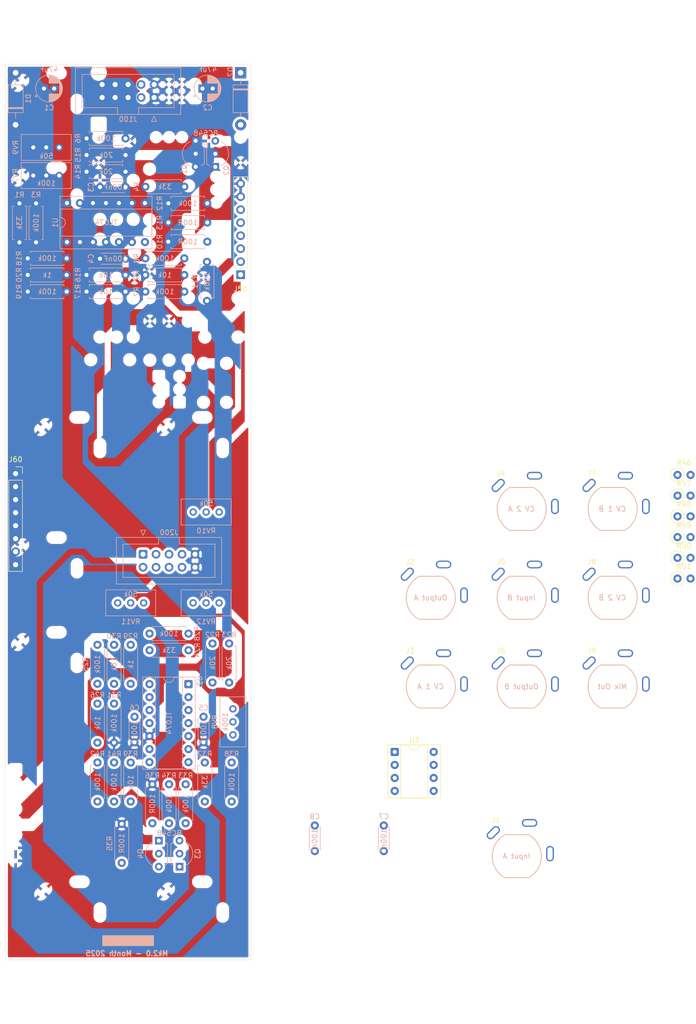
<source format=kicad_pcb>
(kicad_pcb (version 20241229) (generator "pcbnew") (generator_version "9.0")
  (title_block (rev "1") (company "DMH Instruments") (comment 1 "10cm Kosmo format synthesizer module PCB"))
  (layers (0 "F.Cu" signal) (2 "B.Cu" signal) (13 "F.Paste" user) (15 "B.Paste" user) (5 "F.SilkS" user "F.Silkscreen") (7 "B.SilkS" user "B.Silkscreen") (1 "F.Mask" user) (3 "B.Mask" user) (25 "Edge.Cuts" user))
  (net 0 "")
  (net 1 "+12V")
  (net 2 "GND")
  (net 3 "-12V")
  (net 4 "Net-(D1-A)")
  (net 5 "Net-(D2-K)")
  (net 6 "/Core Circuit A/Input A")
  (net 7 "Net-(J200-Pin_1)")
  (net 8 "/Core Circuit A/Output A")
  (net 9 "Net-(J200-Pin_2)")
  (net 10 "Net-(J200-Pin_3)")
  (net 11 "/Core Circuit A/CV 1 A Input")
  (net 12 "/Core Circuit A/CV 2 A Input")
  (net 13 "Net-(J200-Pin_4)")
  (net 14 "/Core Circuit B/Input B")
  (net 15 "Net-(J200-Pin_9)")
  (net 16 "/Core Circuit B/Output B")
  (net 17 "Net-(J200-Pin_8)")
  (net 18 "/Core Circuit B/CV 1 B Input")
  (net 19 "Net-(J200-Pin_7)")
  (net 20 "Net-(J200-Pin_6)")
  (net 21 "/Core Circuit B/CV 2 B Input")
  (net 22 "/Core Circuit A/CV 2 A Pot")
  (net 23 "/Core Circuit A/Offset A Pot")
  (net 24 "/Core Circuit A/CV 1 A Pot")
  (net 25 "/Core Circuit B/Offset B Pot")
  (net 26 "/Core Circuit B/CV 1 B Pot")
  (net 27 "/Core Circuit B/CV 2 B Pot")
  (net 28 "Net-(Q1-C)")
  (net 29 "Net-(Q1-E)")
  (net 30 "Net-(Q1-B)")
  (net 31 "Net-(Q2-B)")
  (net 32 "Net-(Q2-C)")
  (net 33 "Net-(Q3-B)")
  (net 34 "Net-(Q3-C)")
  (net 35 "Net-(Q3-E)")
  (net 36 "Net-(Q4-B)")
  (net 37 "Net-(Q4-C)")
  (net 38 "Net-(U1A--)")
  (net 39 "Net-(R3-Pad1)")
  (net 40 "Net-(U1C--)")
  (net 41 "Net-(U1B--)")
  (net 42 "Net-(R6-Pad1)")
  (net 43 "Net-(R8-Pad2)")
  (net 44 "Net-(R12-Pad1)")
  (net 45 "Net-(U1D--)")
  (net 46 "Net-(U1D-+)")
  (net 47 "Net-(R18-Pad1)")
  (net 48 "Net-(R28-Pad1)")
  (net 49 "Net-(U2A--)")
  (net 50 "Net-(U2D--)")
  (net 51 "Net-(R25-Pad1)")
  (net 52 "Net-(U2C--)")
  (net 53 "Net-(U2D-+)")
  (net 54 "Net-(U2B--)")
  (net 55 "Net-(R38-Pad1)")
  (net 56 "Net-(R34-Pad1)")
  (net 57 "Net-(R39-Pad1)")
  (net 58 "/Inputs and Outputs/Mix Out Jack")
  (net 59 "Net-(U3A--)")
  (net 60 "Net-(R47-Pad2)")
  (net 61 "Net-(U3B--)")
  (net 62 "Net-(R50-Pad2)")
  (footprint "SynthStuff:CUI_MJ-63052A" (layer "F.Cu") (at 169.735 146.75)
    (property "Reference" "J8" (at -4.075 -7 0) (layer "F.SilkS"))
    (property "Value" "TS_Jack_6.35mm_Sw")
    (property "Function" "CV 2 B" (at 0 0 0) (layer "B.SilkS") (effects (font (thickness 0.15) (italic yes)) (justify mirror)))
    (pad "S" thru_hole oval (at -4.59619 -4.59619 315) (size 1.508 3.016) (drill oval 1 2.5) (layers "*.Cu" "*.Mask") (net 2 "GND"))
    (pad "T" thru_hole oval (at 6.5 -0.5) (size 1.508 3.016) (drill oval 1 2.5) (layers "*.Cu" "*.Mask") (net 21 "/Core Circuit B/CV 2 B Input"))
    (pad "TN" thru_hole oval (at 2.5 -6.5) (size 3.016 1.508) (drill oval 2.5 1) (layers "*.Cu" "*.Mask") (net 20 "Net-(J200-Pin_6)"))
  )
  (footprint "Connector_PinSocket_2.54mm:PinSocket_1x08_P2.54mm_Vertical" (layer "F.Cu") (at 53 122.5)
    (property "Reference" "J60" (at 0 -2.77 0) (layer "F.SilkS"))
    (property "Value" "Conn_01x08" (hide yes))
    (pad "1" thru_hole rect (at 0 0) (size 1.7 1.7) (drill 1) (layers "*.Cu" "*.Mask") (net 18 "/Core Circuit B/CV 1 B Input"))
    (pad "2" thru_hole oval (at 0 2.54) (size 1.7 1.7) (drill 1) (layers "*.Cu" "*.Mask") (net 21 "/Core Circuit B/CV 2 B Input"))
    (pad "3" thru_hole oval (at 0 5.08) (size 1.7 1.7) (drill 1) (layers "*.Cu" "*.Mask") (net 1 "+12V"))
    (pad "4" thru_hole oval (at 0 7.62) (size 1.7 1.7) (drill 1) (layers "*.Cu" "*.Mask") (net 25 "/Core Circuit B/Offset B Pot"))
    (pad "5" thru_hole oval (at 0 10.16) (size 1.7 1.7) (drill 1) (layers "*.Cu" "*.Mask") (net 26 "/Core Circuit B/CV 1 B Pot"))
    (pad "6" thru_hole oval (at 0 12.7) (size 1.7 1.7) (drill 1) (layers "*.Cu" "*.Mask") (net 27 "/Core Circuit B/CV 2 B Pot"))
    (pad "7" thru_hole oval (at 0 15.24) (size 1.7 1.7) (drill 1) (layers "*.Cu" "*.Mask") (net 2 "GND"))
    (pad "8" thru_hole oval (at 0 17.78) (size 1.7 1.7) (drill 1) (layers "*.Cu" "*.Mask") (net 2 "GND"))
  )
  (footprint "Resistor_THT:R_Axial_DIN0207_L6.3mm_D2.5mm_P2.54mm_Vertical" (layer "F.Cu") (at 182.43 134.9)
    (property "Reference" "R49" (at 1.27 -2.37 0) (layer "F.SilkS"))
    (property "Value" "100k")
    (pad "1" thru_hole circle (at 0 0) (size 1.6 1.6) (drill 0.8) (layers "*.Cu" "*.Mask") (net 60 "Net-(R47-Pad2)"))
    (pad "2" thru_hole oval (at 2.54 0) (size 1.6 1.6) (drill 0.8) (layers "*.Cu" "*.Mask") (net 61 "Net-(U3B--)"))
  )
  (footprint "SynthStuff:CUI_MJ-63052A" (layer "F.Cu") (at 169.735 129.4)
    (property "Reference" "J7" (at -4.075 -7 0) (layer "F.SilkS"))
    (property "Value" "TS_Jack_6.35mm_Sw")
    (property "Function" "CV 1 B" (at 0 0 0) (layer "B.SilkS") (effects (font (thickness 0.15) (italic yes)) (justify mirror)))
    (pad "S" thru_hole oval (at -4.59619 -4.59619 315) (size 1.508 3.016) (drill oval 1 2.5) (layers "*.Cu" "*.Mask") (net 2 "GND"))
    (pad "T" thru_hole oval (at 6.5 -0.5) (size 1.508 3.016) (drill oval 1 2.5) (layers "*.Cu" "*.Mask") (net 18 "/Core Circuit B/CV 1 B Input"))
    (pad "TN" thru_hole oval (at 2.5 -6.5) (size 3.016 1.508) (drill oval 2.5 1) (layers "*.Cu" "*.Mask") (net 19 "Net-(J200-Pin_7)"))
  )
  (footprint "Resistor_THT:R_Axial_DIN0207_L6.3mm_D2.5mm_P2.54mm_Vertical" (layer "F.Cu") (at 182.43 138.95)
    (property "Reference" "R50" (at 1.27 -2.37 0) (layer "F.SilkS"))
    (property "Value" "100k")
    (pad "1" thru_hole circle (at 0 0) (size 1.6 1.6) (drill 0.8) (layers "*.Cu" "*.Mask") (net 61 "Net-(U3B--)"))
    (pad "2" thru_hole oval (at 2.54 0) (size 1.6 1.6) (drill 0.8) (layers "*.Cu" "*.Mask") (net 62 "Net-(R50-Pad2)"))
  )
  (footprint "SynthStuff:CUI_MJ-63052A" (layer "F.Cu") (at 134.185 164.1)
    (property "Reference" "J3" (at -4.075 -7 0) (layer "F.SilkS"))
    (property "Value" "TS_Jack_6.35mm_Sw")
    (property "Function" "CV 1 A" (at 0 0 0) (layer "B.SilkS") (effects (font (thickness 0.15) (italic yes)) (justify mirror)))
    (pad "S" thru_hole oval (at -4.59619 -4.59619 315) (size 1.508 3.016) (drill oval 1 2.5) (layers "*.Cu" "*.Mask") (net 2 "GND"))
    (pad "T" thru_hole oval (at 6.5 -0.5) (size 1.508 3.016) (drill oval 1 2.5) (layers "*.Cu" "*.Mask") (net 11 "/Core Circuit A/CV 1 A Input"))
    (pad "TN" thru_hole oval (at 2.5 -6.5) (size 3.016 1.508) (drill oval 2.5 1) (layers "*.Cu" "*.Mask") (net 10 "Net-(J200-Pin_3)"))
  )
  (footprint "SynthStuff:CUI_MJ-63052A" (layer "F.Cu") (at 134.185 146.75)
    (property "Reference" "J2" (at -4.075 -7 0) (layer "F.SilkS"))
    (property "Value" "TS_Jack_6.35mm_Sw")
    (property "Function" "Output A" (at 0 0 0) (layer "B.SilkS") (effects (font (thickness 0.15) (italic yes)) (justify mirror)))
    (pad "S" thru_hole oval (at -4.59619 -4.59619 315) (size 1.508 3.016) (drill oval 1 2.5) (layers "*.Cu" "*.Mask") (net 2 "GND"))
    (pad "T" thru_hole oval (at 6.5 -0.5) (size 1.508 3.016) (drill oval 1 2.5) (layers "*.Cu" "*.Mask") (net 8 "/Core Circuit A/Output A"))
    (pad "TN" thru_hole oval (at 2.5 -6.5) (size 3.016 1.508) (drill oval 2.5 1) (layers "*.Cu" "*.Mask") (net 9 "Net-(J200-Pin_2)"))
  )
  (footprint "Resistor_THT:R_Axial_DIN0207_L6.3mm_D2.5mm_P2.54mm_Vertical" (layer "F.Cu") (at 182.43 126.8)
    (property "Reference" "R47" (at 1.27 -2.37 0) (layer "F.SilkS"))
    (property "Value" "100k")
    (pad "1" thru_hole circle (at 0 0) (size 1.6 1.6) (drill 0.8) (layers "*.Cu" "*.Mask") (net 59 "Net-(U3A--)"))
    (pad "2" thru_hole oval (at 2.54 0) (size 1.6 1.6) (drill 0.8) (layers "*.Cu" "*.Mask") (net 60 "Net-(R47-Pad2)"))
  )
  (footprint "Resistor_THT:R_Axial_DIN0207_L6.3mm_D2.5mm_P2.54mm_Vertical" (layer "F.Cu") (at 182.43 122.75)
    (property "Reference" "R46" (at 1.27 -2.37 0) (layer "F.SilkS"))
    (property "Value" "100k")
    (pad "1" thru_hole circle (at 0 0) (size 1.6 1.6) (drill 0.8) (layers "*.Cu" "*.Mask") (net 16 "/Core Circuit B/Output B"))
    (pad "2" thru_hole oval (at 2.54 0) (size 1.6 1.6) (drill 0.8) (layers "*.Cu" "*.Mask") (net 59 "Net-(U3A--)"))
  )
  (footprint "SynthStuff:CUI_MJ-63052A" (layer "F.Cu") (at 151.96 164.1)
    (property "Reference" "J6" (at -4.075 -7 0) (layer "F.SilkS"))
    (property "Value" "TS_Jack_6.35mm_Sw")
    (property "Function" "Output B" (at 0 0 0) (layer "B.SilkS") (effects (font (thickness 0.15) (italic yes)) (justify mirror)))
    (pad "S" thru_hole oval (at -4.59619 -4.59619 315) (size 1.508 3.016) (drill oval 1 2.5) (layers "*.Cu" "*.Mask") (net 2 "GND"))
    (pad "T" thru_hole oval (at 6.5 -0.5) (size 1.508 3.016) (drill oval 1 2.5) (layers "*.Cu" "*.Mask") (net 16 "/Core Circuit B/Output B"))
    (pad "TN" thru_hole oval (at 2.5 -6.5) (size 3.016 1.508) (drill oval 2.5 1) (layers "*.Cu" "*.Mask") (net 17 "Net-(J200-Pin_8)"))
  )
  (footprint "Connector_PinSocket_2.54mm:PinSocket_1x08_P2.54mm_Vertical" (layer "F.Cu") (at 97 83.62 180)
    (property "Reference" "J50" (at 0 -2.77 180) (layer "F.SilkS"))
    (property "Value" "Conn_01x08" (hide yes))
    (pad "1" thru_hole rect (at 0 0 180) (size 1.7 1.7) (drill 1) (layers "*.Cu" "*.Mask") (net 11 "/Core Circuit A/CV 1 A Input"))
    (pad "2" thru_hole oval (at 0 2.54 180) (size 1.7 1.7) (drill 1) (layers "*.Cu" "*.Mask") (net 12 "/Core Circuit A/CV 2 A Input"))
    (pad "3" thru_hole oval (at 0 5.08 180) (size 1.7 1.7) (drill 1) (layers "*.Cu" "*.Mask") (net 1 "+12V"))
    (pad "4" thru_hole oval (at 0 7.62 180) (size 1.7 1.7) (drill 1) (layers "*.Cu" "*.Mask") (net 23 "/Core Circuit A/Offset A Pot"))
    (pad "5" thru_hole oval (at 0 10.16 180) (size 1.7 1.7) (drill 1) (layers "*.Cu" "*.Mask") (net 24 "/Core Circuit A/CV 1 A Pot"))
    (pad "6" thru_hole oval (at 0 12.7 180) (size 1.7 1.7) (drill 1) (layers "*.Cu" "*.Mask") (net 22 "/Core Circuit A/CV 2 A Pot"))
    (pad "7" thru_hole oval (at 0 15.24 180) (size 1.7 1.7) (drill 1) (layers "*.Cu" "*.Mask") (net 2 "GND"))
    (pad "8" thru_hole oval (at 0 17.78 180) (size 1.7 1.7) (drill 1) (layers "*.Cu" "*.Mask") (net 2 "GND"))
  )
  (footprint "SynthStuff:CUI_MJ-63052A" (layer "F.Cu") (at 169.735 164.1)
    (property "Reference" "J9" (at -4.075 -7 0) (layer "F.SilkS"))
    (property "Value" "TS_Jack_6.35mm_Sw")
    (property "Function" "Mix Out" (at 0 0 0) (layer "B.SilkS") (effects (font (thickness 0.15) (italic yes)) (justify mirror)))
    (pad "S" thru_hole oval (at -4.59619 -4.59619 315) (size 1.508 3.016) (drill oval 1 2.5) (layers "*.Cu" "*.Mask") (net 2 "GND"))
    (pad "T" thru_hole oval (at 6.5 -0.5) (size 1.508 3.016) (drill oval 1 2.5) (layers "*.Cu" "*.Mask") (net 58 "/Inputs and Outputs/Mix Out Jack"))
    (pad "TN" thru_hole oval (at 2.5 -6.5) (size 3.016 1.508) (drill oval 2.5 1) (layers "*.Cu" "*.Mask") (net 2 "GND"))
  )
  (footprint "Resistor_THT:R_Axial_DIN0207_L6.3mm_D2.5mm_P2.54mm_Vertical" (layer "F.Cu") (at 182.43 143)
    (property "Reference" "R51" (at 1.27 -2.37 0) (layer "F.SilkS"))
    (property "Value" "1k")
    (pad "1" thru_hole circle (at 0 0) (size 1.6 1.6) (drill 0.8) (layers "*.Cu" "*.Mask") (net 62 "Net-(R50-Pad2)"))
    (pad "2" thru_hole oval (at 2.54 0) (size 1.6 1.6) (drill 0.8) (layers "*.Cu" "*.Mask") (net 58 "/Inputs and Outputs/Mix Out Jack"))
  )
  (footprint "Package_DIP:DIP-8_W7.62mm_Socket" (layer "F.Cu") (at 127.13 176.88)
    (property "Reference" "U3" (at 3.81 -2.33 0) (layer "F.SilkS"))
    (property "Value" "TL072")
    (pad "1" thru_hole roundrect (at 0 0) (size 1.6 1.6) (drill 0.8) (layers "*.Cu" "*.Mask") (roundrect_rratio 0.15625) (net 60 "Net-(R47-Pad2)"))
    (pad "2" thru_hole circle (at 0 2.54) (size 1.6 1.6) (drill 0.8) (layers "*.Cu" "*.Mask") (net 59 "Net-(U3A--)"))
    (pad "3" thru_hole circle (at 0 5.08) (size 1.6 1.6) (drill 0.8) (layers "*.Cu" "*.Mask") (net 2 "GND"))
    (pad "4" thru_hole circle (at 0 7.62) (size 1.6 1.6) (drill 0.8) (layers "*.Cu" "*.Mask") (net 3 "-12V"))
    (pad "5" thru_hole circle (at 7.62 7.62) (size 1.6 1.6) (drill 0.8) (layers "*.Cu" "*.Mask") (net 2 "GND"))
    (pad "6" thru_hole circle (at 7.62 5.08) (size 1.6 1.6) (drill 0.8) (layers "*.Cu" "*.Mask") (net 61 "Net-(U3B--)"))
    (pad "7" thru_hole circle (at 7.62 2.54) (size 1.6 1.6) (drill 0.8) (layers "*.Cu" "*.Mask") (net 62 "Net-(R50-Pad2)"))
    (pad "8" thru_hole circle (at 7.62 0) (size 1.6 1.6) (drill 0.8) (layers "*.Cu" "*.Mask") (net 1 "+12V"))
  )
  (footprint "SynthStuff:CUI_MJ-63052A" (layer "F.Cu") (at 151 197.25)
    (property "Reference" "J1" (at -4.075 -7 0) (layer "F.SilkS"))
    (property "Value" "TS_Jack_6.35mm_Sw")
    (property "Function" "Input A" (at 0 0 0) (layer "B.SilkS") (effects (font (thickness 0.15) (italic yes)) (justify mirror)))
    (pad "S" thru_hole oval (at -4.59619 -4.59619 315) (size 1.508 3.016) (drill oval 1 2.5) (layers "*.Cu" "*.Mask") (net 2 "GND"))
    (pad "T" thru_hole oval (at 6.5 -0.5) (size 1.508 3.016) (drill oval 1 2.5) (layers "*.Cu" "*.Mask") (net 6 "/Core Circuit A/Input A"))
    (pad "TN" thru_hole oval (at 2.5 -6.5) (size 3.016 1.508) (drill oval 2.5 1) (layers "*.Cu" "*.Mask") (net 7 "Net-(J200-Pin_1)"))
  )
  (footprint "SynthStuff:CUI_MJ-63052A" (layer "F.Cu") (at 151.96 146.75)
    (property "Reference" "J5" (at -4.075 -7 0) (layer "F.SilkS"))
    (property "Value" "TS_Jack_6.35mm_Sw")
    (property "Function" "Input B" (at 0 0 0) (layer "B.SilkS") (effects (font (thickness 0.15) (italic yes)) (justify mirror)))
    (pad "S" thru_hole oval (at -4.59619 -4.59619 315) (size 1.508 3.016) (drill oval 1 2.5) (layers "*.Cu" "*.Mask") (net 2 "GND"))
    (pad "T" thru_hole oval (at 6.5 -0.5) (size 1.508 3.016) (drill oval 1 2.5) (layers "*.Cu" "*.Mask") (net 14 "/Core Circuit B/Input B"))
    (pad "TN" thru_hole oval (at 2.5 -6.5) (size 3.016 1.508) (drill oval 2.5 1) (layers "*.Cu" "*.Mask") (net 15 "Net-(J200-Pin_9)"))
  )
  (footprint "SynthStuff:CUI_MJ-63052A" (layer "F.Cu") (at 151.96 129.4)
    (property "Reference" "J4" (at -4.075 -7 0) (layer "F.SilkS"))
    (property "Value" "TS_Jack_6.35mm_Sw")
    (property "Function" "CV 2 A" (at 0 0 0) (layer "B.SilkS") (effects (font (thickness 0.15) (italic yes)) (justify mirror)))
    (pad "S" thru_hole oval (at -4.59619 -4.59619 315) (size 1.508 3.016) (drill oval 1 2.5) (layers "*.Cu" "*.Mask") (net 2 "GND"))
    (pad "T" thru_hole oval (at 6.5 -0.5) (size 1.508 3.016) (drill oval 1 2.5) (layers "*.Cu" "*.Mask") (net 12 "/Core Circuit A/CV 2 A Input"))
    (pad "TN" thru_hole oval (at 2.5 -6.5) (size 3.016 1.508) (drill oval 2.5 1) (layers "*.Cu" "*.Mask") (net 13 "Net-(J200-Pin_4)"))
  )
  (footprint "Resistor_THT:R_Axial_DIN0207_L6.3mm_D2.5mm_P2.54mm_Vertical" (layer "F.Cu") (at 182.43 130.85)
    (property "Reference" "R48" (at 1.27 -2.37 0) (layer "F.SilkS"))
    (property "Value" "100k")
    (pad "1" thru_hole circle (at 0 0) (size 1.6 1.6) (drill 0.8) (layers "*.Cu" "*.Mask") (net 8 "/Core Circuit A/Output A"))
    (pad "2" thru_hole oval (at 2.54 0) (size 1.6 1.6) (drill 0.8) (layers "*.Cu" "*.Mask") (net 59 "Net-(U3A--)"))
  )
  (footprint "Resistor_THT:R_Axial_DIN0207_L6.3mm_D2.5mm_P7.62mm_Horizontal" (layer "B.Cu") (at 69 167.44 -90)
    (property "Reference" "R26" (at -1.69 0 180) (layer "B.SilkS") (effects (justify mirror)))
    (property "Value" "10k" (at 3.81 0 90) (layer "B.SilkS") (effects (justify mirror)))
    (pad "1" thru_hole circle (at 0 0 270) (size 1.6 1.6) (drill 0.8) (layers "*.Cu" "*.Mask") (net 50 "Net-(U2D--)"))
    (pad "2" thru_hole oval (at 7.62 0 270) (size 1.6 1.6) (drill 0.8) (layers "*.Cu" "*.Mask") (net 34 "Net-(Q3-C)"))
  )
  (footprint "Diode_THT:D_DO-41_SOD81_P10.16mm_Horizontal" (layer "B.Cu") (at 97 44.17 -90)
    (property "Reference" "D2" (at -0.17 2 90) (layer "B.SilkS") (effects (justify mirror)))
    (property "Value" "SB140-" (hide yes))
    (pad "1" thru_hole rect (at 0 0 270) (size 2.2 2.2) (drill 1.1) (layers "*.Cu" "*.Mask") (net 5 "Net-(D2-K)"))
    (pad "2" thru_hole oval (at 10.16 0 270) (size 2.2 2.2) (drill 1.1) (layers "*.Cu" "*.Mask") (net 3 "-12V"))
  )
  (footprint "Capacitor_THT:CP_Radial_D5.0mm_P2.00mm" (layer "B.Cu") (at 89.544888 47.25)
    (property "Reference" "C2" (at 1 3.75 0) (layer "B.SilkS") (effects (justify mirror)))
    (property "Value" "47uF" (at 1 -3.75 0) (layer "B.SilkS") (effects (justify mirror)))
    (pad "1" thru_hole rect (at 0 0) (size 1.6 1.6) (drill 0.8) (layers "*.Cu" "*.Mask") (net 2 "GND"))
    (pad "2" thru_hole circle (at 2 0) (size 1.6 1.6) (drill 0.8) (layers "*.Cu" "*.Mask") (net 3 "-12V"))
  )
  (footprint "Diode_THT:D_DO-41_SOD81_P10.16mm_Horizontal" (layer "B.Cu") (at 53 54.33 90)
    (property "Reference" "D1" (at 5.08 2.47 90) (layer "B.SilkS") (effects (justify mirror)))
    (property "Value" "SB140+" (hide yes))
    (pad "1" thru_hole rect (at 0 0 90) (size 2.2 2.2) (drill 1.1) (layers "*.Cu" "*.Mask") (net 1 "+12V"))
    (pad "2" thru_hole oval (at 10.16 0 90) (size 2.2 2.2) (drill 1.1) (layers "*.Cu" "*.Mask") (net 4 "Net-(D1-A)"))
  )
  (footprint "Resistor_THT:R_Axial_DIN0207_L6.3mm_D2.5mm_P7.62mm_Horizontal" (layer "B.Cu") (at 66.865 86.93)
    (property "Reference" "R17" (at -1.69 0 90) (layer "B.SilkS") (effects (justify mirror)))
    (property "Value" "10k" (at 3.81 0 0) (layer "B.SilkS") (effects (justify mirror)))
    (pad "1" thru_hole circle (at 0 0) (size 1.6 1.6) (drill 0.8) (layers "*.Cu" "*.Mask") (net 46 "Net-(U1D-+)"))
    (pad "2" thru_hole oval (at 7.62 0) (size 1.6 1.6) (drill 0.8) (layers "*.Cu" "*.Mask") (net 32 "Net-(Q2-C)"))
  )
  (footprint "Resistor_THT:R_Axial_DIN0207_L6.3mm_D2.5mm_P7.62mm_Horizontal" (layer "B.Cu") (at 57 69.69 -90)
    (property "Reference" "R3" (at -1.69 0 0) (layer "B.SilkS") (effects (justify mirror)))
    (property "Value" "100k" (at 3.81 0 90) (layer "B.SilkS") (effects (justify mirror)))
    (pad "1" thru_hole circle (at 0 0 270) (size 1.6 1.6) (drill 0.8) (layers "*.Cu" "*.Mask") (net 39 "Net-(R3-Pad1)"))
    (pad "2" thru_hole oval (at 7.62 0 270) (size 1.6 1.6) (drill 0.8) (layers "*.Cu" "*.Mask") (net 40 "Net-(U1C--)"))
  )
  (footprint "Resistor_THT:R_Axial_DIN0207_L6.3mm_D2.5mm_P7.62mm_Horizontal" (layer "B.Cu") (at 69 155.94 -90)
    (property "Reference" "R25" (at 3.81 2.37 90) (layer "B.SilkS") (effects (justify mirror)))
    (property "Value" "100k" (at 3.81 0 90) (layer "B.SilkS") (effects (justify mirror)))
    (pad "1" thru_hole circle (at 0 0 270) (size 1.6 1.6) (drill 0.8) (layers "*.Cu" "*.Mask") (net 51 "Net-(R25-Pad1)"))
    (pad "2" thru_hole oval (at 7.62 0 270) (size 1.6 1.6) (drill 0.8) (layers "*.Cu" "*.Mask") (net 50 "Net-(U2D--)"))
  )
  (footprint "Capacitor_THT:C_Disc_D4.3mm_W1.9mm_P5.00mm" (layer "B.Cu") (at 76.25 175 90)
    (property "Reference" "C6" (at 6.75 0 0) (layer "B.SilkS") (effects (justify mirror)))
    (property "Value" "100nF" (at 2 0 90) (layer "B.SilkS") (effects (justify mirror)))
    (pad "1" thru_hole circle (at 0 0 90) (size 1.6 1.6) (drill 0.8) (layers "*.Cu" "*.Mask") (net 2 "GND"))
    (pad "2" thru_hole circle (at 5 0 90) (size 1.6 1.6) (drill 0.8) (layers "*.Cu" "*.Mask") (net 3 "-12V"))
  )
  (footprint "Resistor_THT:R_Axial_DIN0207_L6.3mm_D2.5mm_P7.62mm_Horizontal" (layer "B.Cu") (at 53.75 77.31 90)
    (property "Reference" "R1" (at 9.31 0 0) (layer "B.SilkS") (effects (justify mirror)))
    (property "Value" "33k" (at 3.81 0 90) (layer "B.SilkS") (effects (justify mirror)))
    (pad "1" thru_hole circle (at 0 0 90) (size 1.6 1.6) (drill 0.8) (layers "*.Cu" "*.Mask") (net 11 "/Core Circuit A/CV 1 A Input"))
    (pad "2" thru_hole oval (at 7.62 0 90) (size 1.6 1.6) (drill 0.8) (layers "*.Cu" "*.Mask") (net 38 "Net-(U1A--)"))
  )
  (footprint "Package_TO_SOT_THT:TO-92L_Inline_Wide" (layer "B.Cu") (at 88.2 57.45 -90)
    (property "Reference" "Q1" (at 5.54 2.25 90) (layer "B.SilkS") (effects (justify mirror)))
    (property "Value" "BC548" (at -1.46 -2 0) (layer "B.SilkS") (effects (justify mirror)))
    (pad "1" thru_hole rect (at 0 0 270) (size 1.5 1.5) (drill 0.8) (layers "*.Cu" "*.Mask") (net 28 "Net-(Q1-C)"))
    (pad "2" thru_hole circle (at 2.54 0 270) (size 1.5 1.5) (drill 0.8) (layers "*.Cu" "*.Mask") (net 30 "Net-(Q1-B)"))
    (pad "3" thru_hole circle (at 5.08 0 270) (size 1.5 1.5) (drill 0.8) (layers "*.Cu" "*.Mask") (net 29 "Net-(Q1-E)"))
  )
  (footprint "Resistor_THT:R_Axial_DIN0207_L6.3mm_D2.5mm_P7.62mm_Horizontal" (layer "B.Cu") (at 90 186.56 90)
    (property "Reference" "R32" (at 9.31 0 180) (layer "B.SilkS") (effects (justify mirror)))
    (property "Value" "33k" (at 3.81 0 90) (layer "B.SilkS") (effects (justify mirror)))
    (pad "1" thru_hole circle (at 0 0 90) (size 1.6 1.6) (drill 0.8) (layers "*.Cu" "*.Mask") (net 21 "/Core Circuit B/CV 2 B Input"))
    (pad "2" thru_hole oval (at 7.62 0 90) (size 1.6 1.6) (drill 0.8) (layers "*.Cu" "*.Mask") (net 54 "Net-(U2B--)"))
  )
  (footprint "Package_TO_SOT_THT:TO-92L_Inline_Wide" (layer "B.Cu") (at 92.05 62.55 90)
    (property "Reference" "Q2" (at -0.7 2.2 90) (layer "B.SilkS") (effects (justify mirror)))
    (property "Value" "BC548" (hide yes))
    (pad "1" thru_hole rect (at 0 0 90) (size 1.5 1.5) (drill 0.8) (layers "*.Cu" "*.Mask") (net 32 "Net-(Q2-C)"))
    (pad "2" thru_hole circle (at 2.54 0 90) (size 1.5 1.5) (drill 0.8) (layers "*.Cu" "*.Mask") (net 31 "Net-(Q2-B)"))
    (pad "3" thru_hole circle (at 5.08 0 90) (size 1.5 1.5) (drill 0.8) (layers "*.Cu" "*.Mask") (net 29 "Net-(Q1-E)"))
  )
  (footprint "Capacitor_THT:C_Disc_D4.3mm_W1.9mm_P5.00mm" (layer "B.Cu") (at 69.5 66.5)
    (property "Reference" "C3" (at -1.75 0 90) (layer "B.SilkS") (effects (justify mirror)))
    (property "Value" "100nF" (at 3 0 0) (layer "B.SilkS") (effects (justify mirror)))
    (pad "1" thru_hole circle (at 0 0) (size 1.6 1.6) (drill 0.8) (layers "*.Cu" "*.Mask") (net 1 "+12V"))
    (pad "2" thru_hole circle (at 5 0) (size 1.6 1.6) (drill 0.8) (layers "*.Cu" "*.Mask") (net 2 "GND"))
  )
  (footprint "Resistor_THT:R_Axial_DIN0207_L6.3mm_D2.5mm_P7.62mm_Horizontal" (layer "B.Cu") (at 82.865 69.68)
    (property "Reference" "R12" (at -1.69 0 90) (layer "B.SilkS") (effects (justify mirror)))
    (property "Value" "100k" (at 3.81 0 0) (layer "B.SilkS") (effects (justify mirror)))
    (pad "1" thru_hole circle (at 0 0) (size 1.6 1.6) (drill 0.8) (layers "*.Cu" "*.Mask") (net 44 "Net-(R12-Pad1)"))
    (pad "2" thru_hole oval (at 7.62 0) (size 1.6 1.6) (drill 0.8) (layers "*.Cu" "*.Mask") (net 31 "Net-(Q2-B)"))
  )
  (footprint "Resistor_THT:R_Axial_DIN0207_L6.3mm_D2.5mm_P7.62mm_Horizontal" (layer "B.Cu") (at 69 178.94 -90)
    (property "Reference" "R42" (at -1.69 0 0) (layer "B.SilkS") (effects (justify mirror)))
    (property "Value" "100k" (at 3.81 0 90) (layer "B.SilkS") (effects (justify mirror)))
    (pad "1" thru_hole circle (at 0 0 270) (size 1.6 1.6) (drill 0.8) (layers "*.Cu" "*.Mask") (net 25 "/Core Circuit B/Offset B Pot"))
    (pad "2" thru_hole oval (at 7.62 0 270) (size 1.6 1.6) (drill 0.8) (layers "*.Cu" "*.Mask") (net 52 "Net-(U2C--)"))
  )
  (footprint "Potentiometer_THT:Potentiometer_Bourns_3296W_Vertical" (layer "B.Cu") (at 95.5 168.46 90)
    (property "Reference" "RV8" (at -2.54 -3.5 90) (layer "B.SilkS") (effects (justify mirror)))
    (property "Value" "100k" (at -2.54 -1.5 90) (layer "B.SilkS") (effects (justify mirror)))
    (pad "1" thru_hole circle (at 0 0 90) (size 1.44 1.44) (drill 0.8) (layers "*.Cu" "*.Mask") (net 3 "-12V"))
    (pad "2" thru_hole circle (at -2.54 0 90) (size 1.44 1.44) (drill 0.8) (layers "*.Cu" "*.Mask") (net 56 "Net-(R34-Pad1)"))
    (pad "3" thru_hole circle (at -5.08 0 90) (size 1.44 1.44) (drill 0.8) (layers "*.Cu" "*.Mask") (net 1 "+12V"))
  )
  (footprint "Capacitor_THT:C_Disc_D4.3mm_W1.9mm_P5.00mm" (layer "B.Cu") (at 125 191.25 -90)
    (property "Reference" "C7" (at -1.75 0 180) (layer "B.SilkS") (effects (justify mirror)))
    (property "Value" "100nF" (at 3 0 90) (layer "B.SilkS") (effects (justify mirror)))
    (pad "1" thru_hole circle (at 0 0 270) (size 1.6 1.6) (drill 0.8) (layers "*.Cu" "*.Mask") (net 1 "+12V"))
    (pad "2" thru_hole circle (at 5 0 270) (size 1.6 1.6) (drill 0.8) (layers "*.Cu" "*.Mask") (net 2 "GND"))
  )
  (footprint "Resistor_THT:R_Axial_DIN0207_L6.3mm_D2.5mm_P7.62mm_Horizontal" (layer "B.Cu") (at 72.25 186.56 90)
    (property "Reference" "R41" (at 9.31 0 180) (layer "B.SilkS") (effects (justify mirror)))
    (property "Value" "100k" (at 3.81 0 90) (layer "B.SilkS") (effects (justify mirror)))
    (pad "1" thru_hole circle (at 0 0 90) (size 1.6 1.6) (drill 0.8) (layers "*.Cu" "*.Mask") (net 52 "Net-(U2C--)"))
    (pad "2" thru_hole oval (at 7.62 0 90) (size 1.6 1.6) (drill 0.8) (layers "*.Cu" "*.Mask") (net 57 "Net-(R39-Pad1)"))
  )
  (footprint "Capacitor_THT:C_Disc_D4.3mm_W1.9mm_P5.00mm" (layer "B.Cu") (at 74.5 80.5 180)
    (property "Reference" "C4" (at 6.75 0 90) (layer "B.SilkS") (effects (justify mirror)))
    (property "Value" "100nF" (at 2 0 0) (layer "B.SilkS") (effects (justify mirror)))
    (pad "1" thru_hole circle (at 0 0 180) (size 1.6 1.6) (drill 0.8) (layers "*.Cu" "*.Mask") (net 2 "GND"))
    (pad "2" thru_hole circle (at 5 0 180) (size 1.6 1.6) (drill 0.8) (layers "*.Cu" "*.Mask") (net 3 "-12V"))
  )
  (footprint "Resistor_THT:R_Axial_DIN0207_L6.3mm_D2.5mm_P7.62mm_Horizontal" (layer "B.Cu") (at 73.75 190.94 -90)
    (property "Reference" "R35" (at 3.81 2.37 90) (layer "B.SilkS") (effects (justify mirror)))
    (property "Value" "100R" (at 3.81 0 90) (layer "B.SilkS") (effects (justify mirror)))
    (pad "1" thru_hole circle (at 0 0 270) (size 1.6 1.6) (drill 0.8) (layers "*.Cu" "*.Mask") (net 2 "GND"))
    (pad "2" thru_hole oval (at 7.62 0 270) (size 1.6 1.6) (drill 0.8) (layers "*.Cu" "*.Mask") (net 33 "Net-(Q3-B)"))
  )
  (footprint "Package_DIP:DIP-14_W7.62mm_Socket" (layer "B.Cu") (at 63.05 69.63 -90)
    (property "Reference" "U1" (at 3.87 2.3 90) (layer "B.SilkS") (effects (justify mirror)))
    (property "Value" "TL074" (at 3.8 -7.625 0) (layer "B.SilkS") (effects (justify mirror)))
    (pad "1" thru_hole roundrect (at 0 0 270) (size 1.6 1.6) (drill 0.8) (layers "*.Cu" "*.Mask") (roundrect_rratio 0.15625) (net 39 "Net-(R3-Pad1)"))
    (pad "2" thru_hole circle (at 0 -2.54 270) (size 1.6 1.6) (drill 0.8) (layers "*.Cu" "*.Mask") (net 38 "Net-(U1A--)"))
    (pad "3" thru_hole circle (at 0 -5.08 270) (size 1.6 1.6) (drill 0.8) (layers "*.Cu" "*.Mask") (net 24 "/Core Circuit A/CV 1 A Pot"))
    (pad "4" thru_hole circle (at 0 -7.62 270) (size 1.6 1.6) (drill 0.8) (layers "*.Cu" "*.Mask") (net 1 "+12V"))
    (pad "5" thru_hole circle (at 0 -10.16 270) (size 1.6 1.6) (drill 0.8) (layers "*.Cu" "*.Mask") (net 22 "/Core Circuit A/CV 2 A Pot"))
    (pad "6" thru_hole circle (at 0 -12.7 270) (size 1.6 1.6) (drill 0.8) (layers "*.Cu" "*.Mask") (net 41 "Net-(U1B--)"))
    (pad "7" thru_hole circle (at 0 -15.24 270) (size 1.6 1.6) (drill 0.8) (layers "*.Cu" "*.Mask") (net 42 "Net-(R6-Pad1)"))
    (pad "8" thru_hole circle (at 7.62 -15.24 270) (size 1.6 1.6) (drill 0.8) (layers "*.Cu" "*.Mask") (net 43 "Net-(R8-Pad2)"))
    (pad "9" thru_hole circle (at 7.62 -12.7 270) (size 1.6 1.6) (drill 0.8) (layers "*.Cu" "*.Mask") (net 40 "Net-(U1C--)"))
    (pad "10" thru_hole circle (at 7.62 -10.16 270) (size 1.6 1.6) (drill 0.8) (layers "*.Cu" "*.Mask") (net 2 "GND"))
    (pad "11" thru_hole circle (at 7.62 -7.62 270) (size 1.6 1.6) (drill 0.8) (layers "*.Cu" "*.Mask") (net 3 "-12V"))
    (pad "12" thru_hole circle (at 7.62 -5.08 270) (size 1.6 1.6) (drill 0.8) (layers "*.Cu" "*.Mask") (net 46 "Net-(U1D-+)"))
    (pad "13" thru_hole circle (at 7.62 -2.54 270) (size 1.6 1.6) (drill 0.8) (layers "*.Cu" "*.Mask") (net 45 "Net-(U1D--)"))
    (pad "14" thru_hole circle (at 7.62 0 270) (size 1.6 1.6) (drill 0.8) (layers "*.Cu" "*.Mask") (net 47 "Net-(R18-Pad1)"))
  )
  (footprint "Capacitor_THT:C_Disc_D4.3mm_W1.9mm_P5.00mm" (layer "B.Cu") (at 111.5 196.25 90)
    (property "Reference" "C8" (at 6.75 0 180) (layer "B.SilkS") (effects (justify mirror)))
    (property "Value" "100nF" (at 2 0 90) (layer "B.SilkS") (effects (justify mirror)))
    (pad "1" thru_hole circle (at 0 0 90) (size 1.6 1.6) (drill 0.8) (layers "*.Cu" "*.Mask") (net 2 "GND"))
    (pad "2" thru_hole circle (at 5 0 90) (size 1.6 1.6) (drill 0.8) (layers "*.Cu" "*.Mask") (net 3 "-12V"))
  )
  (footprint "Resistor_THT:R_Axial_DIN0207_L6.3mm_D2.5mm_P7.62mm_Horizontal" (layer "B.Cu") (at 72.25 163.56 90)
    (property "Reference" "R30" (at 9.31 0 180) (layer "B.SilkS") (effects (justify mirror)))
    (property "Value" "10k" (at 3.81 0 90) (layer "B.SilkS") (effects (justify mirror)))
    (pad "1" thru_hole circle (at 0 0 90) (size 1.6 1.6) (drill 0.8) (layers "*.Cu" "*.Mask") (net 53 "Net-(U2D-+)"))
    (pad "2" thru_hole oval (at 7.62 0 90) (size 1.6 1.6) (drill 0.8) (layers "*.Cu" "*.Mask") (net 37 "Net-(Q4-C)"))
  )
  (footprint "Resistor_THT:R_Axial_DIN0207_L6.3mm_D2.5mm_P7.62mm_Horizontal" (layer "B.Cu") (at 79.75 183.19 -90)
    (property "Reference" "R36" (at -1.69 0 180) (layer "B.SilkS") (effects (justify mirror)))
    (property "Value" "100R" (at 3.81 0 90) (layer "B.SilkS") (effects (justify mirror)))
    (pad "1" thru_hole circle (at 0 0 270) (size 1.6 1.6) (drill 0.8) (layers "*.Cu" "*.Mask") (net 2 "GND"))
    (pad "2" thru_hole oval (at 7.62 0 270) (size 1.6 1.6) (drill 0.8) (layers "*.Cu" "*.Mask") (net 36 "Net-(Q4-B)"))
  )
  (footprint "Package_TO_SOT_THT:TO-92L_Inline_Wide" (layer "B.Cu") (at 85.05 199.29 90)
    (property "Reference" "Q3" (at 2.54 3.56 90) (layer "B.SilkS") (effects (justify mirror)))
    (property "Value" "BC548" (hide yes))
    (pad "1" thru_hole rect (at 0 0 90) (size 1.5 1.5) (drill 0.8) (layers "*.Cu" "*.Mask") (net 34 "Net-(Q3-C)"))
    (pad "2" thru_hole circle (at 2.54 0 90) (size 1.5 1.5) (drill 0.8) (layers "*.Cu" "*.Mask") (net 33 "Net-(Q3-B)"))
    (pad "3" thru_hole circle (at 5.08 0 90) (size 1.5 1.5) (drill 0.8) (layers "*.Cu" "*.Mask") (net 35 "Net-(Q3-E)"))
  )
  (footprint "Resistor_THT:R_Axial_DIN0207_L6.3mm_D2.5mm_P7.62mm_Horizontal" (layer "B.Cu") (at 95.25 178.94 -90)
    (property "Reference" "R38" (at -1.69 0 180) (layer "B.SilkS") (effects (justify mirror)))
    (property "Value" "100k" (at 3.81 0 90) (layer "B.SilkS") (effects (justify mirror)))
    (pad "1" thru_hole circle (at 0 0 270) (size 1.6 1.6) (drill 0.8) (layers "*.Cu" "*.Mask") (net 55 "Net-(R38-Pad1)"))
    (pad "2" thru_hole oval (at 7.62 0 270) (size 1.6 1.6) (drill 0.8) (layers "*.Cu" "*.Mask") (net 52 "Net-(U2C--)"))
  )
  (footprint "Potentiometer_THT:Potentiometer_Bourns_3296W_Vertical" (layer "B.Cu") (at 92.8 130)
    (property "Reference" "RV10" (at -2.54 3.66 0) (layer "B.SilkS") (effects (justify mirror)))
    (property "Value" "50k" (at -2.54 -1.7 0) (layer "B.SilkS") (effects (justify mirror)))
    (pad "1" thru_hole circle (at 0 0) (size 1.44 1.44) (drill 0.8) (layers "*.Cu" "*.Mask") (net 41 "Net-(U1B--)"))
    (pad "2" thru_hole circle (at -2.54 0) (size 1.44 1.44) (drill 0.8) (layers "*.Cu" "*.Mask") (net 42 "Net-(R6-Pad1)"))
    (pad "3" thru_hole circle (at -5.08 0) (size 1.44 1.44) (drill 0.8) (layers "*.Cu" "*.Mask") (net 42 "Net-(R6-Pad1)"))
  )
  (footprint "Resistor_THT:R_Axial_DIN0207_L6.3mm_D2.5mm_P7.62mm_Horizontal" (layer "B.Cu") (at 74.5 60.25 180)
    (property "Reference" "R15" (at 9.31 0 90) (layer "B.SilkS") (effects (justify mirror)))
    (property "Value" "20k" (at 3.81 0 0) (layer "B.SilkS") (effects (justify mirror)))
    (pad "1" thru_hole circle (at 0 0 180) (size 1.6 1.6) (drill 0.8) (layers "*.Cu" "*.Mask") (net 32 "Net-(Q2-C)"))
    (pad "2" thru_hole oval (at 7.62 0 180) (size 1.6 1.6) (drill 0.8) (layers "*.Cu" "*.Mask") (net 1 "+12V"))
  )
  (footprint "Resistor_THT:R_Axial_DIN0207_L6.3mm_D2.5mm_P7.62mm_Horizontal" (layer "B.Cu") (at 78.365 66.43)
    (property "Reference" "R4" (at -1.69 0 90) (layer "B.SilkS") (effects (justify mirror)))
    (property "Value" "33k" (at 3.81 0 0) (layer "B.SilkS") (effects (justify mirror)))
    (pad "1" thru_hole circle (at 0 0) (size 1.6 1.6) (drill 0.8) (layers "*.Cu" "*.Mask") (net 12 "/Core Circuit A/CV 2 A Input"))
    (pad "2" thru_hole oval (at 7.62 0) (size 1.6 1.6) (drill 0.8) (layers "*.Cu" "*.Mask") (net 41 "Net-(U1B--)"))
  )
  (footprint "Potentiometer_THT:Potentiometer_Bourns_3296W_Vertical" (layer "B.Cu") (at 92.79 147.75)
    (property "Reference" "RV12" (at -2.54 3.66 0) (layer "B.SilkS") (effects (justify mirror)))
    (property "Value" "50k" (at -2.54 -1.7 0) (layer "B.SilkS") (effects (justify mirror)))
    (pad "1" thru_hole circle (at 0 0) (size 1.44 1.44) (drill 0.8) (layers "*.Cu" "*.Mask") (net 54 "Net-(U2B--)"))
    (pad "2" thru_hole circle (at -2.54 0) (size 1.44 1.44) (drill 0.8) (layers "*.Cu" "*.Mask") (net 55 "Net-(R38-Pad1)"))
    (pad "3" thru_hole circle (at -5.08 0) (size 1.44 1.44) (drill 0.8) (layers "*.Cu" "*.Mask") (net 55 "Net-(R38-Pad1)"))
  )
  (footprint "Resistor_THT:R_Axial_DIN0207_L6.3mm_D2.5mm_P7.62mm_Horizontal" (layer "B.Cu") (at 72.25 167.44 -90)
    (property "Reference" "R31" (at -1.69 0 180) (layer "B.SilkS") (effects (justify mirror)))
    (property "Value" "100k" (at 3.81 0 90) (layer "B.SilkS") (effects (justify mirror)))
    (pad "1" thru_hole circle (at 0 0 270) (size 1.6 1.6) (drill 0.8) (layers "*.Cu" "*.Mask") (net 53 "Net-(U2D-+)"))
    (pad "2" thru_hole oval (at 7.62 0 270) (size 1.6 1.6) (drill 0.8) (layers "*.Cu" "*.Mask") (net 2 "GND"))
  )
  (footprint "Capacitor_THT:C_Disc_D4.3mm_W1.9mm_P5.00mm" (layer "B.Cu") (at 89.75 170 -90)
    (property "Reference" "C5" (at -1.75 0 0) (layer "B.SilkS") (effects (justify mirror)))
    (property "Value" "100nF" (at 3 0 90) (layer "B.SilkS") (effects (justify mirror)))
    (pad "1" thru_hole circle (at 0 0 270) (size 1.6 1.6) (drill 0.8) (layers "*.Cu" "*.Mask") (net 1 "+12V"))
    (pad "2" thru_hole circle (at 5 0 270) (size 1.6 1.6) (drill 0.8) (layers "*.Cu" "*.Mask") (net 2 "GND"))
  )
  (footprint "Capacitor_THT:CP_Radial_D5.0mm_P2.00mm" (layer "B.Cu") (at 58.544888 47.25)
    (property "Reference" "C1" (at 1 3.75 0) (layer "B.SilkS") (effects (justify mirror)))
    (property "Value" "47uF" (at 1 -3.75 0) (layer "B.SilkS") (effects (justify mirror)))
    (pad "1" thru_hole rect (at 0 0) (size 1.6 1.6) (drill 0.8) (layers "*.Cu" "*.Mask") (net 1 "+12V"))
    (pad "2" thru_hole circle (at 2 0) (size 1.6 1.6) (drill 0.8) (layers "*.Cu" "*.Mask") (net 2 "GND"))
  )
  (footprint "Resistor_THT:R_Axial_DIN0207_L6.3mm_D2.5mm_P7.62mm_Horizontal" (layer "B.Cu") (at 75.5 178.94 -90)
    (property "Reference" "R39" (at -1.69 0 180) (layer "B.SilkS") (effects (justify mirror)))
    (property "Value" "10k" (at 3.81 0 90) (layer "B.SilkS") (effects (justify mirror)))
    (pad "1" thru_hole circle (at 0 0 270) (size 1.6 1.6) (drill 0.8) (layers "*.Cu" "*.Mask") (net 57 "Net-(R39-Pad1)"))
    (pad "2" thru_hole oval (at 7.62 0 270) (size 1.6 1.6) (drill 0.8) (layers "*.Cu" "*.Mask") (net 35 "Net-(Q3-E)"))
  )
  (footprint "Resistor_THT:R_Axial_DIN0207_L6.3mm_D2.5mm_P7.62mm_Horizontal" (layer "B.Cu") (at 85.985 86.93 180)
    (property "Reference" "R7" (at 9.31 0 90) (layer "B.SilkS") (effects (justify mirror)))
    (property "Value" "100k" (at 3.81 0 0) (layer "B.SilkS") (effects (justify mirror)))
    (pad "1" thru_hole circle (at 0 0 180) (size 1.6 1.6) (drill 0.8) (layers "*.Cu" "*.Mask") (net 23 "/Core Circuit A/Offset A Pot"))
    (pad "2" thru_hole oval (at 7.62 0 180) (size 1.6 1.6) (drill 0.8) (layers "*.Cu" "*.Mask") (net 40 "Net-(U1C--)"))
  )
  (footprint "Resistor_THT:R_Axial_DIN0207_L6.3mm_D2.5mm_P7.62mm_Horizontal" (layer "B.Cu") (at 66.865 83.68)
    (property "Reference" "R16" (at -1.69 0 90) (layer "B.SilkS") (effects (justify mirror)))
    (property "Value" "10k" (at 3.81 0 0) (layer "B.SilkS") (effects (justify mirror)))
    (pad "1" thru_hole circle (at 0 0) (size 1.6 1.6) (drill 0.8) (layers "*.Cu" "*.Mask") (net 45 "Net-(U1D--)"))
    (pad "2" thru_hole oval (at 7.62 0) (size 1.6 1.6) (drill 0.8) (layers "*.Cu" "*.Mask") (net 28 "Net-(Q1-C)"))
  )
  (footprint "Potentiometer_THT:Potentiometer_Bourns_3296W_Vertical" (layer "B.Cu") (at 56.45 64.25 180)
    (property "Reference" "RV7" (at 3.45 0 90) (layer "B.SilkS") (effects (justify mirror)))
    (property "Value" "100k" (at -2.54 -1.5 0) (layer "B.SilkS") (effects (justify mirror)))
    (pad "1" thru_hole circle (at 0 0 180) (size 1.44 1.44) (drill 0.8) (layers "*.Cu" "*.Mask") (net 3 "-12V"))
    (pad "2" thru_hole circle (at -2.54 0 180) (size 1.44 1.44) (drill 0.8) (layers "*.Cu" "*.Mask") (net 44 "Net-(R12-Pad1)"))
    (pad "3" thru_hole circle (at -5.08 0 180) (size 1.44 1.44) (drill 0.8) (layers "*.Cu" "*.Mask") (net 1 "+12V"))
  )
  (footprint "Potentiometer_THT:Potentiometer_Bourns_3296W_Vertical" (layer "B.Cu") (at 56.45 58.75 180)
    (property "Reference" "RV9" (at 3.45 0 90) (layer "B.SilkS") (effects (justify mirror)))
    (property "Value" "50k" (at -2.54 -1.7 0) (layer "B.SilkS") (effects (justify mirror)))
    (pad "1" thru_hole circle (at 0 0 180) (size 1.44 1.44) (drill 0.8) (layers "*.Cu" "*.Mask") (net 38 "Net-(U1A--)"))
    (pad "2" thru_hole circle (at -2.54 0 180) (size 1.44 1.44) (drill 0.8) (layers "*.Cu" "*.Mask") (net 39 "Net-(R3-Pad1)"))
    (pad "3" thru_hole circle (at -5.08 0 180) (size 1.44 1.44) (drill 0.8) (layers "*.Cu" "*.Mask") (net 39 "Net-(R3-Pad1)"))
  )
  (footprint "Resistor_THT:R_Axial_DIN0207_L6.3mm_D2.5mm_P7.62mm_Horizontal" (layer "B.Cu") (at 91.5 155.69 -90)
    (property "Reference" "R22" (at -1.69 0 180) (layer "B.SilkS") (effects (justify mirror)))
    (property "Value" "20k" (at 3.81 0 90) (layer "B.SilkS") (effects (justify mirror)))
    (pad "1" thru_hole circle (at 0 0 270) (size 1.6 1.6) (drill 0.8) (layers "*.Cu" "*.Mask") (net 34 "Net-(Q3-C)"))
    (pad "2" thru_hole oval (at 7.62 0 270) (size 1.6 1.6) (drill 0.8) (layers "*.Cu" "*.Mask") (net 1 "+12V"))
  )
  (footprint "Resistor_THT:R_Axial_DIN0207_L6.3mm_D2.5mm_P7.62mm_Horizontal" (layer "B.Cu") (at 62.985 83.68 180)
    (property "Reference" "R20" (at 9.31 0 90) (layer "B.SilkS") (effects (justify mirror)))
    (property "Value" "1k" (at 3.81 0 0) (layer "B.SilkS") (effects (justify mirror)))
    (pad "1" thru_hole circle (at 0 0 180) (size 1.6 1.6) (drill 0.8) (layers "*.Cu" "*.Mask") (net 8 "/Core Circuit A/Output A"))
    (pad "2" thru_hole oval (at 7.62 0 180) (size 1.6 1.6) (drill 0.8) (layers "*.Cu" "*.Mask") (net 47 "Net-(R18-Pad1)"))
  )
  (footprint "Resistor_THT:R_Axial_DIN0207_L6.3mm_D2.5mm_P7.62mm_Horizontal" (layer "B.Cu") (at 74.5 57 180)
    (property "Reference" "R6" (at 9.31 0 90) (layer "B.SilkS") (effects (justify mirror)))
    (property "Value" "100k" (at 3.81 0 0) (layer "B.SilkS") (effects (justify mirror)))
    (pad "1" thru_hole circle (at 0 0 180) (size 1.6 1.6) (drill 0.8) (layers "*.Cu" "*.Mask") (net 42 "Net-(R6-Pad1)"))
    (pad "2" thru_hole oval (at 7.62 0 180) (size 1.6 1.6) (drill 0.8) (layers "*.Cu" "*.Mask") (net 40 "Net-(U1C--)"))
  )
  (footprint "Resistor_THT:R_Axial_DIN0207_L6.3mm_D2.5mm_P7.62mm_Horizontal" (layer "B.Cu") (at 94.75 155.69 -90)
    (property "Reference" "R23" (at -1.69 0 180) (layer "B.SilkS") (effects (justify mirror)))
    (property "Value" "20k" (at 3.81 0 90) (layer "B.SilkS") (effects (justify mirror)))
    (pad "1" thru_hole circle (at 0 0 270) (size 1.6 1.6) (drill 0.8) (layers "*.Cu" "*.Mask") (net 37 "Net-(Q4-C)"))
    (pad "2" thru_hole oval (at 7.62 0 270) (size 1.6 1.6) (drill 0.8) (layers "*.Cu" "*.Mask") (net 1 "+12V"))
  )
  (footprint "SynthStuff:IDC-Header_2x05_P2.54mm_Vertical_BackBone" (layer "B.Cu") (at 77.92 138.2475 -90)
    (property "Reference" "J200" (at -4.2475 -5.08 180) (layer "B.SilkS") (effects (justify mirror)))
    (property "Value" "IDC_02x05")
    (pad "1" thru_hole roundrect (at 0 0 270) (size 1.7 1.7) (drill 1) (layers "*.Cu" "*.Mask") (roundrect_rratio 0.147059) (net 7 "Net-(J200-Pin_1)"))
    (pad "2" thru_hole circle (at 0 -2.54 270) (size 1.7 1.7) (drill 1) (layers "*.Cu" "*.Mask") (net 9 "Net-(J200-Pin_2)"))
    (pad "3" thru_hole circle (at 0 -5.08 270) (size 1.7 1.7) (drill 1) (layers "*.Cu" "*.Mask") (net 10 "Net-(J200-Pin_3)"))
    (pad "4" thru_hole circle (at 0 -7.62 270) (size 1.7 1.7) (drill 1) (layers "*.Cu" "*.Mask") (net 13 "Net-(J200-Pin_4)"))
    (pad "5" thru_hole circle (at 0 -10.16 270) (size 1.7 1.7) (drill 1) (layers "*.Cu" "*.Mask") (net 2 "GND"))
    (pad "6" thru_hole circle (at 2.54 0 270) (size 1.7 1.7) (drill 1) (layers "*.Cu" "*.Mask") (net 20 "Net-(J200-Pin_6)"))
    (pad "7" thru_hole circle (at 2.54 -2.54 270) (size 1.7 1.7) (drill 1) (layers "*.Cu" "*.Mask") (net 19 "Net-(J200-Pin_7)"))
    (pad "8" thru_hole circle (at 2.54 -5.08 270) (size 1.7 1.7) (drill 1) (layers "*.Cu" "*.Mask") (net 17 "Net-(J200-Pin_8)"))
    (pad "9" thru_hole circle (at 2.54 -7.62 270) (size 1.7 1.7) (drill 1) (layers "*.Cu" "*.Mask") (net 15 "Net-(J200-Pin_9)"))
    (pad "10" thru_hole circle (at 2.54 -10.16 270) (size 1.7 1.7) (drill 1) (layers "*.Cu" "*.Mask") (net 2 "GND"))
  )
  (footprint "Resistor_THT:R_Axial_DIN0207_L6.3mm_D2.5mm_P7.62mm_Horizontal" (layer "B.Cu") (at 78.365 83.68)
    (property "Reference" "R9" (at -1.69 0 90) (layer "B.SilkS") (effects (justify mirror)))
    (property "Value" "10k" (at 3.81 0 0) (layer "B.SilkS") (effects (justify mirror)))
    (pad "1" thru_hole circle (at 0 0) (size 1.6 1.6) (drill 0.8) (layers "*.Cu" "*.Mask") (net 43 "Net-(R8-Pad2)"))
    (pad "2" thru_hole oval (at 7.62 0) (size 1.6 1.6) (drill 0.8) (layers "*.Cu" "*.Mask") (net 29 "Net-(Q1-E)"))
  )
  (footprint "Resistor_THT:R_Axial_DIN0207_L6.3mm_D2.5mm_P7.62mm_Horizontal" (layer "B.Cu") (at 82.865 77.18)
    (property "Reference" "R10" (at -1.69 0 90) (layer "B.SilkS") (effects (justify mirror)))
    (property "Value" "100R" (at 3.81 0 0) (layer "B.SilkS") (effects (justify mirror)))
    (pad "1" thru_hole circle (at 0 0) (size 1.6 1.6) (drill 0.8) (layers "*.Cu" "*.Mask") (net 2 "GND"))
    (pad "2" thru_hole oval (at 7.62 0) (size 1.6 1.6) (drill 0.8) (layers "*.Cu" "*.Mask") (net 30 "Net-(Q1-B)"))
  )
  (footprint "Resistor_THT:R_Axial_DIN0207_L6.3mm_D2.5mm_P7.62mm_Horizontal" (layer "B.Cu") (at 82.865 73.43)
    (property "Reference" "R13" (at -1.69 0 90) (layer "B.SilkS") (effects (justify mirror)))
    (property "Value" "100R" (at 3.81 0 0) (layer "B.SilkS") (effects (justify mirror)))
    (pad "1" thru_hole circle (at 0 0) (size 1.6 1.6) (drill 0.8) (layers "*.Cu" "*.Mask") (net 2 "GND"))
    (pad "2" thru_hole oval (at 7.62 0) (size 1.6 1.6) (drill 0.8) (layers "*.Cu" "*.Mask") (net 31 "Net-(Q2-B)"))
  )
  (footprint "Resistor_THT:R_Axial_DIN0207_L6.3mm_D2.5mm_P7.62mm_Horizontal" (layer "B.Cu") (at 62.985 86.93 180)
    (property "Reference" "R19" (at 9.31 0 90) (layer "B.SilkS") (effects (justify mirror)))
    (property "Value" "100k" (at 3.81 0 0) (layer "B.SilkS") (effects (justify mirror)))
    (pad "1" thru_hole circle (at 0 0 180) (size 1.6 1.6) (drill 0.8) (layers "*.Cu" "*.Mask") (net 46 "Net-(U1D-+)"))
    (pad "2" thru_hole oval (at 7.62 0 180) (size 1.6 1.6) (drill 0.8) (layers "*.Cu" "*.Mask") (net 2 "GND"))
  )
  (footprint "Resistor_THT:R_Axial_DIN0207_L6.3mm_D2.5mm_P7.62mm_Horizontal" (layer "B.Cu") (at 74.5 63.5 180)
    (property "Reference" "R14" (at 9.31 0 90) (layer "B.SilkS") (effects (justify mirror)))
    (property "Value" "20k" (at 3.81 0 0) (layer "B.SilkS") (effects (justify mirror)))
    (pad "1" thru_hole circle (at 0 0 180) (size 1.6 1.6) (drill 0.8) (layers "*.Cu" "*.Mask") (net 28 "Net-(Q1-C)"))
    (pad "2" thru_hole oval (at 7.62 0 180) (size 1.6 1.6) (drill 0.8) (layers "*.Cu" "*.Mask") (net 1 "+12V"))
  )
  (footprint "Resistor_THT:R_Axial_DIN0207_L6.3mm_D2.5mm_P7.62mm_Horizontal" (layer "B.Cu") (at 79.19 157)
    (property "Reference" "R24" (at 9.31 0 90) (layer "B.SilkS") (effects (justify mirror)))
    (property "Value" "33k" (at 3.81 0 0) (layer "B.SilkS") (effects (justify mirror)))
    (pad "1" thru_hole circle (at 0 0) (size 1.6 1.6) (drill 0.8) (layers "*.Cu" "*.Mask") (net 18 "/Core Circuit B/CV 1 B Input"))
    (pad "2" thru_hole oval (at 7.62 0) (size 1.6 1.6) (drill 0.8) (layers "*.Cu" "*.Mask") (net 49 "Net-(U2A--)"))
  )
  (footprint "Resistor_THT:R_Axial_DIN0207_L6.3mm_D2.5mm_P7.62mm_Horizontal" (layer "B.Cu") (at 83 183.19 -90)
    (property "Reference" "R34" (at -1.69 0 180) (layer "B.SilkS") (effects (justify mirror)))
    (property "Value" "100k" (at 3.81 0 90) (layer "B.SilkS") (effects (justify mirror)))
    (pad "1" thru_hole circle (at 0 0 270) (size 1.6 1.6) (drill 0.8) (layers "*.Cu" "*.Mask") (net 56 "Net-(R34-Pad1)"))
    (pad "2" thru_hole oval (at 7.62 0 270) (size 1.6 1.6) (drill 0.8) (layers "*.Cu" "*.Mask") (net 36 "Net-(Q4-B)"))
  )
  (footprint "Resistor_THT:R_Axial_DIN0207_L6.3mm_D2.5mm_P7.62mm_Horizontal" (layer "B.Cu") (at 90.425 81.12 -90)
    (property "Reference" "R11" (at 3.81 2.37 90) (layer "B.SilkS") (effects (justify mirror)))
    (property "Value" "100k" (at 3.81 0 90) (layer "B.SilkS") (effects (justify mirror)))
    (pad "1" thru_hole circle (at 0 0 270) (size 1.6 1.6) (drill 0.8) (layers "*.Cu" "*.Mask") (net 30 "Net-(Q1-B)"))
    (pad "2" thru_hole oval (at 7.62 0 270) (size 1.6 1.6) (drill 0.8) (layers "*.Cu" "*.Mask") (net 6 "/Core Circuit A/Input A"))
  )
  (footprint "Potentiometer_THT:Potentiometer_Bourns_3296W_Vertical" (layer "B.Cu") (at 78.04 147.75)
    (property "Reference" "RV11" (at -2.54 3.66 0) (layer "B.SilkS") (effects (justify mirror)))
    (property "Value" "50k" (at -2.54 -1.7 0) (layer "B.SilkS") (effects (justify mirror)))
    (pad "1" thru_hole circle (at 0 0) (size 1.44 1.44) (drill 0.8) (layers "*.Cu" "*.Mask") (net 49 "Net-(U2A--)"))
    (pad "2" thru_hole circle (at -2.54 0) (size 1.44 1.44) (drill 0.8) (layers "*.Cu" "*.Mask") (net 48 "Net-(R28-Pad1)"))
    (pad "3" thru_hole circle (at -5.08 0) (size 1.44 1.44) (drill 0.8) (layers "*.Cu" "*.Mask") (net 48 "Net-(R28-Pad1)"))
  )
  (footprint "Resistor_THT:R_Axial_DIN0207_L6.3mm_D2.5mm_P7.62mm_Horizontal" (layer "B.Cu") (at 86.25 190.81 90)
    (property "Reference" "R33" (at 9.31 0 180) (layer "B.SilkS") (effects (justify mirror)))
    (property "Value" "100k" (at 3.81 0 90) (layer "B.SilkS") (effects (justify mirror)))
    (pad "1" thru_hole circle (at 0 0 90) (size 1.6 1.6) (drill 0.8) (layers "*.Cu" "*.Mask") (net 33 "Net-(Q3-B)"))
    (pad "2" thru_hole oval (at 7.62 0 90) (size 1.6 1.6) (drill 0.8) (layers "*.Cu" "*.Mask") (net 14 "/Core Circuit B/Input B"))
  )
  (footprint "Resistor_THT:R_Axial_DIN0207_L6.3mm_D2.5mm_P7.62mm_Horizontal" (layer "B.Cu") (at 78.365 80.43)
    (property "Reference" "R8" (at -1.69 0 90) (layer "B.SilkS") (effects (justify mirror)))
    (property "Value" "100k" (at 3.81 0 0) (layer "B.SilkS") (effects (justify mirror)))
    (pad "1" thru_hole circle (at 0 0) (size 1.6 1.6) (drill 0.8) (layers "*.Cu" "*.Mask") (net 40 "Net-(U1C--)"))
    (pad "2" thru_hole oval (at 7.62 0) (size 1.6 1.6) (drill 0.8) (layers "*.Cu" "*.Mask") (net 43 "Net-(R8-Pad2)"))
  )
  (footprint "SynthStuff:IDC-Header_2x05_P2.54mm_Vertical_Eurorack" (layer "B.Cu") (at 80.08 49.0025 90)
    (property "Reference" "J100" (at -4.2475 -5.08 180) (layer "B.SilkS") (effects (justify mirror)))
    (property "Value" "IDC_02x05" (hide yes))
    (pad "1a" thru_hole roundrect (at 0 0 90) (size 1.7 1.7) (drill 1) (layers "*.Cu" "*.Mask") (roundrect_rratio 0.147059) (net 5 "Net-(D2-K)"))
    (pad "1b" thru_hole circle (at 2.54 0 90) (size 1.7 1.7) (drill 1) (layers "*.Cu" "*.Mask") (net 5 "Net-(D2-K)"))
    (pad "2a" thru_hole circle (at 0 -2.54 90) (size 1.7 1.7) (drill 1) (layers "*.Cu" "*.Mask") (net 2 "GND"))
    (pad "2b" thru_hole circle (at 2.54 -2.54 90) (size 1.7 1.7) (drill 1) (layers "*.Cu" "*.Mask") (net 2 "GND"))
    (pad "3a" thru_hole circle (at 0 -5.08 90) (size 1.7 1.7) (drill 1) (layers "*.Cu" "*.Mask") (net 2 "GND"))
    (pad "3b" thru_hole circle (at 2.54 -5.08 90) (size 1.7 1.7) (drill 1) (layers "*.Cu" "*.Mask") (net 2 "GND"))
    (pad "4a" thru_hole circle (at 0 -7.62 90) (size 1.7 1.7) (drill 1) (layers "*.Cu" "*.Mask") (net 2 "GND"))
    (pad "4b" thru_hole circle (at 2.54 -7.62 90) (size 1.7 1.7) (drill 1) (layers "*.Cu" "*.Mask") (net 2 "GND"))
    (pad "5a" thru_hole circle (at 0 -10.16 90) (size 1.7 1.7) (drill 1) (layers "*.Cu" "*.Mask") (net 4 "Net-(D1-A)"))
    (pad "5b" thru_hole circle (at 2.54 -10.16 90) (size 1.7 1.7) (drill 1) (layers "*.Cu" "*.Mask") (net 4 "Net-(D1-A)"))
  )
  (footprint "Package_DIP:DIP-14_W7.62mm_Socket" (layer "B.Cu") (at 86.8 163.625 180)
    (property "Reference" "U2" (at -2.2 0.625 90) (layer "B.SilkS") (effects (justify mirror)))
    (property "Value" "TL074" (at 3.8 -7.625 90) (layer "B.SilkS") (effects (justify mirror)))
    (pad "1" thru_hole roundrect (at 0 0 180) (size 1.6 1.6) (drill 0.8) (layers "*.Cu" "*.Mask") (roundrect_rratio 0.15625) (net 48 "Net-(R28-Pad1)"))
    (pad "2" thru_hole circle (at 0 -2.54 180) (size 1.6 1.6) (drill 0.8) (layers "*.Cu" "*.Mask") (net 49 "Net-(U2A--)"))
    (pad "3" thru_hole circle (at 0 -5.08 180) (size 1.6 1.6) (drill 0.8) (layers "*.Cu" "*.Mask") (net 26 "/Core Circuit B/CV 1 B Pot"))
    (pad "4" thru_hole circle (at 0 -7.62 180) (size 1.6 1.6) (drill 0.8) (layers "*.Cu" "*.Mask") (net 1 "+12V"))
    (pad "5" thru_hole circle (at 0 -10.16 180) (size 1.6 1.6) (drill 0.8) (layers "*.Cu" "*.Mask") (net 27 "/Core Circuit B/CV 2 B Pot"))
    (pad "6" thru_hole circle (at 0 -12.7 180) (size 1.6 1.6) (drill 0.8) (layers "*.Cu" "*.Mask") (net 54 "Net-(U2B--)"))
    (pad "7" thru_hole circle (at 0 -15.24 180) (size 1.6 1.6) (drill 0.8) (layers "*.Cu" "*.Mask") (net 55 "Net-(R38-Pad1)"))
    (pad "8" thru_hole circle (at 7.62 -15.24 180) (size 1.6 1.6) (drill 0.8) (layers "*.Cu" "*.Mask") (net 57 "Net-(R39-Pad1)"))
    (pad "9" thru_hole circle (at 7.62 -12.7 180) (size 1.6 1.6) (drill 0.8) (layers "*.Cu" "*.Mask") (net 52 "Net-(U2C--)"))
    (pad "10" thru_hole circle (at 7.62 -10.16 180) (size 1.6 1.6) (drill 0.8) (layers "*.Cu" "*.Mask") (net 2 "GND"))
    (pad "11" thru_hole circle (at 7.62 -7.62 180) (size 1.6 1.6) (drill 0.8) (layers "*.Cu" "*.Mask") (net 3 "-12V"))
    (pad "12" thru_hole circle (at 7.62 -5.08 180) (size 1.6 1.6) (drill 0.8) (layers "*.Cu" "*.Mask") (net 53 "Net-(U2D-+)"))
    (pad "13" thru_hole circle (at 7.62 -2.54 180) (size 1.6 1.6) (drill 0.8) (layers "*.Cu" "*.Mask") (net 50 "Net-(U2D--)"))
    (pad "14" thru_hole circle (at 7.62 0 180) (size 1.6 1.6) (drill 0.8) (layers "*.Cu" "*.Mask") (net 51 "Net-(R25-Pad1)"))
  )
  (footprint "Resistor_THT:R_Axial_DIN0207_L6.3mm_D2.5mm_P7.62mm_Horizontal" (layer "B.Cu") (at 75.5 155.94 -90)
    (property "Reference" "R29" (at -1.69 0 180) (layer "B.SilkS") (effects (justify mirror)))
    (property "Value" "1k" (at 3.81 0 90) (layer "B.SilkS") (effects (justify mirror)))
    (pad "1" thru_hole circle (at 0 0 270) (size 1.6 1.6) (drill 0.8) (layers "*.Cu" "*.Mask") (net 16 "/Core Circuit B/Output B"))
    (pad "2" thru_hole oval (at 7.62 0 270) (size 1.6 1.6) (drill 0.8) (layers "*.Cu" "*.Mask") (net 51 "Net-(R25-Pad1)"))
  )
  (footprint "Package_TO_SOT_THT:TO-92L_Inline_Wide" (layer "B.Cu") (at 81 194.21 -90)
    (property "Reference" "Q4" (at 2.54 3.56 90) (layer "B.SilkS") (effects (justify mirror)))
    (property "Value" "BC548" (at -1.47 -2.05 180) (layer "B.SilkS") (effects (justify mirror)))
    (pad "1" thru_hole rect (at 0 0 270) (size 1.5 1.5) (drill 0.8) (layers "*.Cu" "*.Mask") (net 37 "Net-(Q4-C)"))
    (pad "2" thru_hole circle (at 2.54 0 270) (size 1.5 1.5) (drill 0.8) (layers "*.Cu" "*.Mask") (net 36 "Net-(Q4-B)"))
    (pad "3" thru_hole circle (at 5.08 0 270) (size 1.5 1.5) (drill 0.8) (layers "*.Cu" "*.Mask") (net 35 "Net-(Q3-E)"))
  )
  (footprint "Resistor_THT:R_Axial_DIN0207_L6.3mm_D2.5mm_P7.62mm_Horizontal" (layer "B.Cu") (at 86.81 153.75 180)
    (property "Reference" "R28" (at -1.69 0 90) (layer "B.SilkS") (effects (justify mirror)))
    (property "Value" "100k" (at 3.81 0 0) (layer "B.SilkS") (effects (justify mirror)))
    (pad "1" thru_hole circle (at 0 0 180) (size 1.6 1.6) (drill 0.8) (layers "*.Cu" "*.Mask") (net 48 "Net-(R28-Pad1)"))
    (pad "2" thru_hole oval (at 7.62 0 180) (size 1.6 1.6) (drill 0.8) (layers "*.Cu" "*.Mask") (net 52 "Net-(U2C--)"))
  )
  (footprint "Resistor_THT:R_Axial_DIN0207_L6.3mm_D2.5mm_P7.62mm_Horizontal" (layer "B.Cu") (at 55.365 80.43)
    (property "Reference" "R18" (at -1.69 0 90) (layer "B.SilkS") (effects (justify mirror)))
    (property "Value" "100k" (at 3.81 0 0) (layer "B.SilkS") (effects (justify mirror)))
    (pad "1" thru_hole circle (at 0 0) (size 1.6 1.6) (drill 0.8) (layers "*.Cu" "*.Mask") (net 47 "Net-(R18-Pad1)"))
    (pad "2" thru_hole oval (at 7.62 0) (size 1.6 1.6) (drill 0.8) (layers "*.Cu" "*.Mask") (net 45 "Net-(U1D--)"))
  )
  (gr_rect (start 70 212.75) (end 80 214.75) (stroke (width 0.1)) (fill yes) (layer "B.SilkS"))
  (gr_rect (start 51 42.5) (end 99 217.5) (stroke (width 0.05)) (fill no) (layer "Edge.Cuts"))
  (gr_text "Mk2.0 - Month 2025" (at 74.75 216.25 0) (layer "B.SilkS") (effects (font (size 1 1) (thickness 0.25) (bold yes)) (justify mirror)))
  (zone (net 2) (net_name "GND") (layers "F.Cu" "B.Cu") (name "Ground_plane") (connect_pads (clearance 0.5)) (min_thickness 0.25) (fill yes (thermal_gap 0.5) (thermal_bridge_width 0.5))
    (polygon (pts (xy 51 42.5) (xy 99 42.5) (xy 99 217.5) (xy 51 217.5)))
  )
)
</source>
